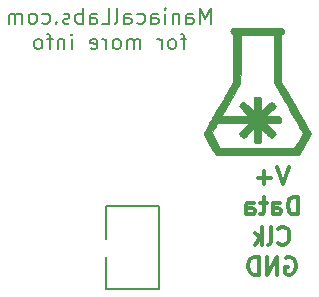
<source format=gbr>
G04 #@! TF.FileFunction,Legend,Bot*
%FSLAX46Y46*%
G04 Gerber Fmt 4.6, Leading zero omitted, Abs format (unit mm)*
G04 Created by KiCad (PCBNEW 4.0.4-stable) date 03/14/17 06:36:14*
%MOMM*%
%LPD*%
G01*
G04 APERTURE LIST*
%ADD10C,0.100000*%
%ADD11C,0.300000*%
%ADD12C,0.200000*%
%ADD13C,0.010000*%
%ADD14C,0.150000*%
G04 APERTURE END LIST*
D10*
D11*
X58178571Y-35353571D02*
X57678571Y-36853571D01*
X57178571Y-35353571D01*
X56678571Y-36282143D02*
X55535714Y-36282143D01*
X56107143Y-36853571D02*
X56107143Y-35710714D01*
X58928571Y-39403571D02*
X58928571Y-37903571D01*
X58571428Y-37903571D01*
X58357143Y-37975000D01*
X58214285Y-38117857D01*
X58142857Y-38260714D01*
X58071428Y-38546429D01*
X58071428Y-38760714D01*
X58142857Y-39046429D01*
X58214285Y-39189286D01*
X58357143Y-39332143D01*
X58571428Y-39403571D01*
X58928571Y-39403571D01*
X56785714Y-39403571D02*
X56785714Y-38617857D01*
X56857143Y-38475000D01*
X57000000Y-38403571D01*
X57285714Y-38403571D01*
X57428571Y-38475000D01*
X56785714Y-39332143D02*
X56928571Y-39403571D01*
X57285714Y-39403571D01*
X57428571Y-39332143D01*
X57500000Y-39189286D01*
X57500000Y-39046429D01*
X57428571Y-38903571D01*
X57285714Y-38832143D01*
X56928571Y-38832143D01*
X56785714Y-38760714D01*
X56285714Y-38403571D02*
X55714285Y-38403571D01*
X56071428Y-37903571D02*
X56071428Y-39189286D01*
X56000000Y-39332143D01*
X55857142Y-39403571D01*
X55714285Y-39403571D01*
X54571428Y-39403571D02*
X54571428Y-38617857D01*
X54642857Y-38475000D01*
X54785714Y-38403571D01*
X55071428Y-38403571D01*
X55214285Y-38475000D01*
X54571428Y-39332143D02*
X54714285Y-39403571D01*
X55071428Y-39403571D01*
X55214285Y-39332143D01*
X55285714Y-39189286D01*
X55285714Y-39046429D01*
X55214285Y-38903571D01*
X55071428Y-38832143D01*
X54714285Y-38832143D01*
X54571428Y-38760714D01*
X57285714Y-41810714D02*
X57357143Y-41882143D01*
X57571429Y-41953571D01*
X57714286Y-41953571D01*
X57928571Y-41882143D01*
X58071429Y-41739286D01*
X58142857Y-41596429D01*
X58214286Y-41310714D01*
X58214286Y-41096429D01*
X58142857Y-40810714D01*
X58071429Y-40667857D01*
X57928571Y-40525000D01*
X57714286Y-40453571D01*
X57571429Y-40453571D01*
X57357143Y-40525000D01*
X57285714Y-40596429D01*
X56428571Y-41953571D02*
X56571429Y-41882143D01*
X56642857Y-41739286D01*
X56642857Y-40453571D01*
X55857143Y-41953571D02*
X55857143Y-40453571D01*
X55714286Y-41382143D02*
X55285715Y-41953571D01*
X55285715Y-40953571D02*
X55857143Y-41525000D01*
X57892857Y-43075000D02*
X58035714Y-43003571D01*
X58250000Y-43003571D01*
X58464285Y-43075000D01*
X58607143Y-43217857D01*
X58678571Y-43360714D01*
X58750000Y-43646429D01*
X58750000Y-43860714D01*
X58678571Y-44146429D01*
X58607143Y-44289286D01*
X58464285Y-44432143D01*
X58250000Y-44503571D01*
X58107143Y-44503571D01*
X57892857Y-44432143D01*
X57821428Y-44360714D01*
X57821428Y-43860714D01*
X58107143Y-43860714D01*
X57178571Y-44503571D02*
X57178571Y-43003571D01*
X56321428Y-44503571D01*
X56321428Y-43003571D01*
X55607142Y-44503571D02*
X55607142Y-43003571D01*
X55249999Y-43003571D01*
X55035714Y-43075000D01*
X54892856Y-43217857D01*
X54821428Y-43360714D01*
X54749999Y-43646429D01*
X54749999Y-43860714D01*
X54821428Y-44146429D01*
X54892856Y-44289286D01*
X55035714Y-44432143D01*
X55249999Y-44503571D01*
X55607142Y-44503571D01*
D12*
X51542855Y-23263095D02*
X51542855Y-21963095D01*
X51109522Y-22891667D01*
X50676189Y-21963095D01*
X50676189Y-23263095D01*
X49499998Y-23263095D02*
X49499998Y-22582143D01*
X49561903Y-22458333D01*
X49685713Y-22396429D01*
X49933332Y-22396429D01*
X50057141Y-22458333D01*
X49499998Y-23201190D02*
X49623808Y-23263095D01*
X49933332Y-23263095D01*
X50057141Y-23201190D01*
X50119046Y-23077381D01*
X50119046Y-22953571D01*
X50057141Y-22829762D01*
X49933332Y-22767857D01*
X49623808Y-22767857D01*
X49499998Y-22705952D01*
X48880951Y-22396429D02*
X48880951Y-23263095D01*
X48880951Y-22520238D02*
X48819046Y-22458333D01*
X48695237Y-22396429D01*
X48509523Y-22396429D01*
X48385713Y-22458333D01*
X48323808Y-22582143D01*
X48323808Y-23263095D01*
X47704761Y-23263095D02*
X47704761Y-22396429D01*
X47704761Y-21963095D02*
X47766666Y-22025000D01*
X47704761Y-22086905D01*
X47642856Y-22025000D01*
X47704761Y-21963095D01*
X47704761Y-22086905D01*
X46528570Y-23263095D02*
X46528570Y-22582143D01*
X46590475Y-22458333D01*
X46714285Y-22396429D01*
X46961904Y-22396429D01*
X47085713Y-22458333D01*
X46528570Y-23201190D02*
X46652380Y-23263095D01*
X46961904Y-23263095D01*
X47085713Y-23201190D01*
X47147618Y-23077381D01*
X47147618Y-22953571D01*
X47085713Y-22829762D01*
X46961904Y-22767857D01*
X46652380Y-22767857D01*
X46528570Y-22705952D01*
X45352380Y-23201190D02*
X45476190Y-23263095D01*
X45723809Y-23263095D01*
X45847618Y-23201190D01*
X45909523Y-23139286D01*
X45971428Y-23015476D01*
X45971428Y-22644048D01*
X45909523Y-22520238D01*
X45847618Y-22458333D01*
X45723809Y-22396429D01*
X45476190Y-22396429D01*
X45352380Y-22458333D01*
X44238094Y-23263095D02*
X44238094Y-22582143D01*
X44299999Y-22458333D01*
X44423809Y-22396429D01*
X44671428Y-22396429D01*
X44795237Y-22458333D01*
X44238094Y-23201190D02*
X44361904Y-23263095D01*
X44671428Y-23263095D01*
X44795237Y-23201190D01*
X44857142Y-23077381D01*
X44857142Y-22953571D01*
X44795237Y-22829762D01*
X44671428Y-22767857D01*
X44361904Y-22767857D01*
X44238094Y-22705952D01*
X43433333Y-23263095D02*
X43557142Y-23201190D01*
X43619047Y-23077381D01*
X43619047Y-21963095D01*
X42319048Y-23263095D02*
X42938095Y-23263095D01*
X42938095Y-21963095D01*
X41328571Y-23263095D02*
X41328571Y-22582143D01*
X41390476Y-22458333D01*
X41514286Y-22396429D01*
X41761905Y-22396429D01*
X41885714Y-22458333D01*
X41328571Y-23201190D02*
X41452381Y-23263095D01*
X41761905Y-23263095D01*
X41885714Y-23201190D01*
X41947619Y-23077381D01*
X41947619Y-22953571D01*
X41885714Y-22829762D01*
X41761905Y-22767857D01*
X41452381Y-22767857D01*
X41328571Y-22705952D01*
X40709524Y-23263095D02*
X40709524Y-21963095D01*
X40709524Y-22458333D02*
X40585715Y-22396429D01*
X40338096Y-22396429D01*
X40214286Y-22458333D01*
X40152381Y-22520238D01*
X40090477Y-22644048D01*
X40090477Y-23015476D01*
X40152381Y-23139286D01*
X40214286Y-23201190D01*
X40338096Y-23263095D01*
X40585715Y-23263095D01*
X40709524Y-23201190D01*
X39595239Y-23201190D02*
X39471429Y-23263095D01*
X39223810Y-23263095D01*
X39100001Y-23201190D01*
X39038096Y-23077381D01*
X39038096Y-23015476D01*
X39100001Y-22891667D01*
X39223810Y-22829762D01*
X39409525Y-22829762D01*
X39533334Y-22767857D01*
X39595239Y-22644048D01*
X39595239Y-22582143D01*
X39533334Y-22458333D01*
X39409525Y-22396429D01*
X39223810Y-22396429D01*
X39100001Y-22458333D01*
X38480953Y-23139286D02*
X38419048Y-23201190D01*
X38480953Y-23263095D01*
X38542858Y-23201190D01*
X38480953Y-23139286D01*
X38480953Y-23263095D01*
X37304762Y-23201190D02*
X37428572Y-23263095D01*
X37676191Y-23263095D01*
X37800000Y-23201190D01*
X37861905Y-23139286D01*
X37923810Y-23015476D01*
X37923810Y-22644048D01*
X37861905Y-22520238D01*
X37800000Y-22458333D01*
X37676191Y-22396429D01*
X37428572Y-22396429D01*
X37304762Y-22458333D01*
X36561905Y-23263095D02*
X36685714Y-23201190D01*
X36747619Y-23139286D01*
X36809524Y-23015476D01*
X36809524Y-22644048D01*
X36747619Y-22520238D01*
X36685714Y-22458333D01*
X36561905Y-22396429D01*
X36376191Y-22396429D01*
X36252381Y-22458333D01*
X36190476Y-22520238D01*
X36128572Y-22644048D01*
X36128572Y-23015476D01*
X36190476Y-23139286D01*
X36252381Y-23201190D01*
X36376191Y-23263095D01*
X36561905Y-23263095D01*
X35571429Y-23263095D02*
X35571429Y-22396429D01*
X35571429Y-22520238D02*
X35509524Y-22458333D01*
X35385715Y-22396429D01*
X35200001Y-22396429D01*
X35076191Y-22458333D01*
X35014286Y-22582143D01*
X35014286Y-23263095D01*
X35014286Y-22582143D02*
X34952382Y-22458333D01*
X34828572Y-22396429D01*
X34642858Y-22396429D01*
X34519048Y-22458333D01*
X34457143Y-22582143D01*
X34457143Y-23263095D01*
X49499998Y-24546429D02*
X49004760Y-24546429D01*
X49314284Y-25413095D02*
X49314284Y-24298810D01*
X49252379Y-24175000D01*
X49128570Y-24113095D01*
X49004760Y-24113095D01*
X48385713Y-25413095D02*
X48509522Y-25351190D01*
X48571427Y-25289286D01*
X48633332Y-25165476D01*
X48633332Y-24794048D01*
X48571427Y-24670238D01*
X48509522Y-24608333D01*
X48385713Y-24546429D01*
X48199999Y-24546429D01*
X48076189Y-24608333D01*
X48014284Y-24670238D01*
X47952380Y-24794048D01*
X47952380Y-25165476D01*
X48014284Y-25289286D01*
X48076189Y-25351190D01*
X48199999Y-25413095D01*
X48385713Y-25413095D01*
X47395237Y-25413095D02*
X47395237Y-24546429D01*
X47395237Y-24794048D02*
X47333332Y-24670238D01*
X47271428Y-24608333D01*
X47147618Y-24546429D01*
X47023809Y-24546429D01*
X45599999Y-25413095D02*
X45599999Y-24546429D01*
X45599999Y-24670238D02*
X45538094Y-24608333D01*
X45414285Y-24546429D01*
X45228571Y-24546429D01*
X45104761Y-24608333D01*
X45042856Y-24732143D01*
X45042856Y-25413095D01*
X45042856Y-24732143D02*
X44980952Y-24608333D01*
X44857142Y-24546429D01*
X44671428Y-24546429D01*
X44547618Y-24608333D01*
X44485713Y-24732143D01*
X44485713Y-25413095D01*
X43680952Y-25413095D02*
X43804761Y-25351190D01*
X43866666Y-25289286D01*
X43928571Y-25165476D01*
X43928571Y-24794048D01*
X43866666Y-24670238D01*
X43804761Y-24608333D01*
X43680952Y-24546429D01*
X43495238Y-24546429D01*
X43371428Y-24608333D01*
X43309523Y-24670238D01*
X43247619Y-24794048D01*
X43247619Y-25165476D01*
X43309523Y-25289286D01*
X43371428Y-25351190D01*
X43495238Y-25413095D01*
X43680952Y-25413095D01*
X42690476Y-25413095D02*
X42690476Y-24546429D01*
X42690476Y-24794048D02*
X42628571Y-24670238D01*
X42566667Y-24608333D01*
X42442857Y-24546429D01*
X42319048Y-24546429D01*
X41390476Y-25351190D02*
X41514286Y-25413095D01*
X41761905Y-25413095D01*
X41885714Y-25351190D01*
X41947619Y-25227381D01*
X41947619Y-24732143D01*
X41885714Y-24608333D01*
X41761905Y-24546429D01*
X41514286Y-24546429D01*
X41390476Y-24608333D01*
X41328571Y-24732143D01*
X41328571Y-24855952D01*
X41947619Y-24979762D01*
X39780952Y-25413095D02*
X39780952Y-24546429D01*
X39780952Y-24113095D02*
X39842857Y-24175000D01*
X39780952Y-24236905D01*
X39719047Y-24175000D01*
X39780952Y-24113095D01*
X39780952Y-24236905D01*
X39161904Y-24546429D02*
X39161904Y-25413095D01*
X39161904Y-24670238D02*
X39099999Y-24608333D01*
X38976190Y-24546429D01*
X38790476Y-24546429D01*
X38666666Y-24608333D01*
X38604761Y-24732143D01*
X38604761Y-25413095D01*
X38171428Y-24546429D02*
X37676190Y-24546429D01*
X37985714Y-25413095D02*
X37985714Y-24298810D01*
X37923809Y-24175000D01*
X37800000Y-24113095D01*
X37676190Y-24113095D01*
X37057143Y-25413095D02*
X37180952Y-25351190D01*
X37242857Y-25289286D01*
X37304762Y-25165476D01*
X37304762Y-24794048D01*
X37242857Y-24670238D01*
X37180952Y-24608333D01*
X37057143Y-24546429D01*
X36871429Y-24546429D01*
X36747619Y-24608333D01*
X36685714Y-24670238D01*
X36623810Y-24794048D01*
X36623810Y-25165476D01*
X36685714Y-25289286D01*
X36747619Y-25351190D01*
X36871429Y-25413095D01*
X37057143Y-25413095D01*
D13*
G36*
X55126490Y-23580189D02*
X54874226Y-23580939D01*
X54630928Y-23582072D01*
X54400263Y-23583591D01*
X54185893Y-23585495D01*
X53991482Y-23587784D01*
X53820696Y-23590458D01*
X53677197Y-23593516D01*
X53564651Y-23596960D01*
X53486722Y-23600788D01*
X53447073Y-23605002D01*
X53445272Y-23605469D01*
X53347133Y-23653069D01*
X53275637Y-23723940D01*
X53231658Y-23810110D01*
X53216069Y-23903608D01*
X53229743Y-23996462D01*
X53273555Y-24080701D01*
X53348377Y-24148353D01*
X53383708Y-24167405D01*
X53466908Y-24205750D01*
X53467454Y-26181522D01*
X53468000Y-28157293D01*
X52898407Y-29144855D01*
X52777683Y-29354154D01*
X52640137Y-29592593D01*
X52490112Y-29852645D01*
X52331949Y-30126787D01*
X52169989Y-30407494D01*
X52008575Y-30687239D01*
X51852048Y-30958500D01*
X51704749Y-31213750D01*
X51638991Y-31327694D01*
X51520044Y-31534297D01*
X51407588Y-31730595D01*
X51303389Y-31913444D01*
X51209214Y-32079695D01*
X51126830Y-32226203D01*
X51058003Y-32349821D01*
X51004500Y-32447404D01*
X50968087Y-32515803D01*
X50950530Y-32551874D01*
X50949166Y-32556340D01*
X50959653Y-32583806D01*
X50989393Y-32643108D01*
X51035806Y-32729813D01*
X51096310Y-32839488D01*
X51168324Y-32967700D01*
X51249269Y-33110016D01*
X51336564Y-33262005D01*
X51427627Y-33419232D01*
X51519878Y-33577265D01*
X51610736Y-33731673D01*
X51697620Y-33878020D01*
X51777950Y-34011876D01*
X51849145Y-34128807D01*
X51908624Y-34224380D01*
X51953806Y-34294164D01*
X51982111Y-34333724D01*
X51987200Y-34339292D01*
X52050501Y-34397500D01*
X58949499Y-34397500D01*
X59012800Y-34339292D01*
X59035191Y-34310329D01*
X59075281Y-34249718D01*
X59130488Y-34161894D01*
X59198232Y-34051289D01*
X59275933Y-33922338D01*
X59361010Y-33779474D01*
X59450882Y-33627129D01*
X59542969Y-33469738D01*
X59634691Y-33311735D01*
X59723466Y-33157552D01*
X59806715Y-33011623D01*
X59881856Y-32878382D01*
X59946309Y-32762261D01*
X59997494Y-32667695D01*
X60032830Y-32599118D01*
X60049737Y-32560961D01*
X60050833Y-32555911D01*
X60042480Y-32535651D01*
X59377576Y-32535651D01*
X59011322Y-33170242D01*
X58645068Y-33804834D01*
X52355128Y-33804834D01*
X51988407Y-33169164D01*
X51621685Y-32533495D01*
X51765830Y-32285456D01*
X51830522Y-32173446D01*
X51898145Y-32055207D01*
X51960401Y-31945310D01*
X52006362Y-31863087D01*
X52102750Y-31688757D01*
X53446624Y-31688462D01*
X54790499Y-31688167D01*
X54396335Y-32085042D01*
X54289699Y-32193137D01*
X54192344Y-32293208D01*
X54108481Y-32380813D01*
X54042323Y-32451513D01*
X53998080Y-32500868D01*
X53980357Y-32523596D01*
X53970608Y-32573641D01*
X53987060Y-32620422D01*
X54020409Y-32668094D01*
X54074258Y-32727772D01*
X54139935Y-32791694D01*
X54208772Y-32852099D01*
X54272098Y-32901226D01*
X54321243Y-32931312D01*
X54340693Y-32937000D01*
X54370490Y-32922934D01*
X54425617Y-32880310D01*
X54506789Y-32808485D01*
X54614719Y-32706819D01*
X54750122Y-32574670D01*
X54805585Y-32519655D01*
X55224833Y-32102311D01*
X55224833Y-32682030D01*
X55225085Y-32856412D01*
X55226025Y-32993349D01*
X55227931Y-33097729D01*
X55231078Y-33174440D01*
X55235744Y-33228369D01*
X55242206Y-33264402D01*
X55250740Y-33287427D01*
X55259864Y-33300458D01*
X55282311Y-33318440D01*
X55316256Y-33329947D01*
X55370424Y-33336317D01*
X55453540Y-33338887D01*
X55512327Y-33339167D01*
X55610657Y-33338651D01*
X55675930Y-33335761D01*
X55717424Y-33328480D01*
X55744413Y-33314793D01*
X55766173Y-33292683D01*
X55774595Y-33282170D01*
X55788104Y-33263494D01*
X55798510Y-33242528D01*
X55806144Y-33214002D01*
X55811336Y-33172646D01*
X55814419Y-33113190D01*
X55815723Y-33030363D01*
X55815580Y-32918895D01*
X55814321Y-32773516D01*
X55813173Y-32668319D01*
X55811551Y-32519774D01*
X55810181Y-32386162D01*
X55809114Y-32273006D01*
X55808399Y-32185831D01*
X55808084Y-32130160D01*
X55808204Y-32111483D01*
X55822833Y-32125853D01*
X55863436Y-32166369D01*
X55926140Y-32229151D01*
X56007075Y-32310320D01*
X56102371Y-32405996D01*
X56208157Y-32512300D01*
X56210371Y-32514526D01*
X56318939Y-32622322D01*
X56420071Y-32720178D01*
X56509319Y-32803993D01*
X56582236Y-32869664D01*
X56634375Y-32913089D01*
X56660883Y-32930075D01*
X56688124Y-32930870D01*
X56720707Y-32916757D01*
X56765033Y-32883199D01*
X56827500Y-32825659D01*
X56877841Y-32776254D01*
X56960844Y-32690210D01*
X57013977Y-32626101D01*
X57040558Y-32579576D01*
X57045166Y-32556695D01*
X57038064Y-32532744D01*
X57014971Y-32496459D01*
X56973213Y-32444812D01*
X56910111Y-32374773D01*
X56822990Y-32283312D01*
X56709172Y-32167402D01*
X56637912Y-32095824D01*
X56230657Y-31688167D01*
X56800589Y-31688167D01*
X56986348Y-31688314D01*
X57134117Y-31687458D01*
X57248228Y-31683653D01*
X57333015Y-31674952D01*
X57392810Y-31659409D01*
X57431946Y-31635079D01*
X57454756Y-31600013D01*
X57465572Y-31552267D01*
X57468728Y-31489895D01*
X57468555Y-31410949D01*
X57468500Y-31388144D01*
X57469000Y-31306317D01*
X57467602Y-31241307D01*
X57459955Y-31191187D01*
X57441710Y-31154031D01*
X57408518Y-31127912D01*
X57356029Y-31110905D01*
X57279895Y-31101082D01*
X57175765Y-31096518D01*
X57039290Y-31095287D01*
X56866120Y-31095462D01*
X56807738Y-31095500D01*
X56231644Y-31095500D01*
X56648988Y-30676252D01*
X56768135Y-30555162D01*
X56871460Y-30447356D01*
X56955931Y-30356171D01*
X57018514Y-30284942D01*
X57056175Y-30237005D01*
X57066333Y-30217320D01*
X57051004Y-30181857D01*
X57010304Y-30127969D01*
X56952164Y-30063365D01*
X56884515Y-29995757D01*
X56815288Y-29932855D01*
X56752413Y-29882371D01*
X56703821Y-29852014D01*
X56685096Y-29846667D01*
X56659856Y-29855652D01*
X56618576Y-29884088D01*
X56558751Y-29934198D01*
X56477879Y-30008204D01*
X56373455Y-30108330D01*
X56242976Y-30236797D01*
X56220873Y-30258778D01*
X55806916Y-30670889D01*
X55813153Y-30105034D01*
X55815396Y-29920332D01*
X55816274Y-29773605D01*
X55813798Y-29660500D01*
X55805979Y-29576662D01*
X55790827Y-29517737D01*
X55766351Y-29479372D01*
X55730562Y-29457213D01*
X55681470Y-29446906D01*
X55617085Y-29444098D01*
X55535418Y-29444435D01*
X55511271Y-29444500D01*
X55404297Y-29445996D01*
X55331816Y-29451162D01*
X55286072Y-29461019D01*
X55259307Y-29476584D01*
X55258095Y-29477762D01*
X55248105Y-29492626D01*
X55240292Y-29518054D01*
X55234402Y-29558791D01*
X55230179Y-29619582D01*
X55227368Y-29705172D01*
X55225713Y-29820307D01*
X55224961Y-29969732D01*
X55224833Y-30096190D01*
X55224833Y-30681356D01*
X54805585Y-30264012D01*
X54666697Y-30126988D01*
X54554642Y-30019277D01*
X54467476Y-29939144D01*
X54403255Y-29884853D01*
X54360035Y-29854668D01*
X54338086Y-29846667D01*
X54295146Y-29862734D01*
X54230761Y-29908687D01*
X54151958Y-29978959D01*
X54063630Y-30067743D01*
X54006173Y-30136387D01*
X53976473Y-30189991D01*
X53971416Y-30233656D01*
X53980357Y-30260071D01*
X54000735Y-30285883D01*
X54046902Y-30337123D01*
X54114644Y-30409351D01*
X54199751Y-30498127D01*
X54298011Y-30599009D01*
X54396335Y-30698625D01*
X54790499Y-31095500D01*
X52448547Y-31095500D01*
X52490274Y-31026709D01*
X52536704Y-30949099D01*
X52598562Y-30844066D01*
X52673835Y-30715133D01*
X52760514Y-30565820D01*
X52856587Y-30399649D01*
X52960044Y-30220141D01*
X53068874Y-30030818D01*
X53181065Y-29835201D01*
X53294607Y-29636812D01*
X53407490Y-29439172D01*
X53517701Y-29245802D01*
X53623232Y-29060224D01*
X53722069Y-28885959D01*
X53812203Y-28726529D01*
X53891624Y-28585455D01*
X53958319Y-28466258D01*
X54010278Y-28372461D01*
X54045490Y-28307584D01*
X54061945Y-28275149D01*
X54062804Y-28272879D01*
X54065618Y-28242174D01*
X54068294Y-28172016D01*
X54070805Y-28065284D01*
X54073127Y-27924858D01*
X54075232Y-27753617D01*
X54077094Y-27554440D01*
X54078686Y-27330209D01*
X54079982Y-27083801D01*
X54080956Y-26818098D01*
X54081580Y-26535978D01*
X54081830Y-26240321D01*
X54081833Y-26200848D01*
X54081833Y-24195167D01*
X56917347Y-24195167D01*
X56923048Y-26243042D01*
X56928750Y-28290917D01*
X57387027Y-29084667D01*
X57506642Y-29291825D01*
X57639369Y-29521659D01*
X57779305Y-29763949D01*
X57920546Y-30008476D01*
X58057192Y-30245020D01*
X58183337Y-30463363D01*
X58273413Y-30619250D01*
X58467525Y-30955200D01*
X58642856Y-31258734D01*
X58799114Y-31529347D01*
X58936006Y-31766530D01*
X59053238Y-31969775D01*
X59150520Y-32138575D01*
X59227557Y-32272423D01*
X59284056Y-32370810D01*
X59319726Y-32433229D01*
X59326558Y-32445284D01*
X59377576Y-32535651D01*
X60042480Y-32535651D01*
X60040542Y-32530952D01*
X60011118Y-32473348D01*
X59964740Y-32387032D01*
X59903584Y-32275938D01*
X59829828Y-32143999D01*
X59745648Y-31995151D01*
X59653221Y-31833325D01*
X59593440Y-31729433D01*
X59478656Y-31530520D01*
X59354821Y-31315946D01*
X59227009Y-31094502D01*
X59100297Y-30874982D01*
X58979760Y-30666179D01*
X58870473Y-30476885D01*
X58781568Y-30322917D01*
X58686583Y-30158429D01*
X58575654Y-29966318D01*
X58453999Y-29755623D01*
X58326839Y-29535383D01*
X58199392Y-29314640D01*
X58076878Y-29102432D01*
X57979544Y-28933830D01*
X57532000Y-28158576D01*
X57533092Y-24205750D01*
X57616292Y-24167405D01*
X57702689Y-24107822D01*
X57757755Y-24028733D01*
X57782365Y-23938109D01*
X57777392Y-23843922D01*
X57743708Y-23754143D01*
X57682188Y-23676744D01*
X57593705Y-23619696D01*
X57554727Y-23605469D01*
X57519332Y-23601215D01*
X57445269Y-23597346D01*
X57336203Y-23593862D01*
X57195798Y-23590762D01*
X57027718Y-23588048D01*
X56835627Y-23585718D01*
X56623191Y-23583774D01*
X56394071Y-23582214D01*
X56151934Y-23581040D01*
X55900443Y-23580250D01*
X55643263Y-23579845D01*
X55384057Y-23579825D01*
X55126490Y-23580189D01*
X55126490Y-23580189D01*
G37*
X55126490Y-23580189D02*
X54874226Y-23580939D01*
X54630928Y-23582072D01*
X54400263Y-23583591D01*
X54185893Y-23585495D01*
X53991482Y-23587784D01*
X53820696Y-23590458D01*
X53677197Y-23593516D01*
X53564651Y-23596960D01*
X53486722Y-23600788D01*
X53447073Y-23605002D01*
X53445272Y-23605469D01*
X53347133Y-23653069D01*
X53275637Y-23723940D01*
X53231658Y-23810110D01*
X53216069Y-23903608D01*
X53229743Y-23996462D01*
X53273555Y-24080701D01*
X53348377Y-24148353D01*
X53383708Y-24167405D01*
X53466908Y-24205750D01*
X53467454Y-26181522D01*
X53468000Y-28157293D01*
X52898407Y-29144855D01*
X52777683Y-29354154D01*
X52640137Y-29592593D01*
X52490112Y-29852645D01*
X52331949Y-30126787D01*
X52169989Y-30407494D01*
X52008575Y-30687239D01*
X51852048Y-30958500D01*
X51704749Y-31213750D01*
X51638991Y-31327694D01*
X51520044Y-31534297D01*
X51407588Y-31730595D01*
X51303389Y-31913444D01*
X51209214Y-32079695D01*
X51126830Y-32226203D01*
X51058003Y-32349821D01*
X51004500Y-32447404D01*
X50968087Y-32515803D01*
X50950530Y-32551874D01*
X50949166Y-32556340D01*
X50959653Y-32583806D01*
X50989393Y-32643108D01*
X51035806Y-32729813D01*
X51096310Y-32839488D01*
X51168324Y-32967700D01*
X51249269Y-33110016D01*
X51336564Y-33262005D01*
X51427627Y-33419232D01*
X51519878Y-33577265D01*
X51610736Y-33731673D01*
X51697620Y-33878020D01*
X51777950Y-34011876D01*
X51849145Y-34128807D01*
X51908624Y-34224380D01*
X51953806Y-34294164D01*
X51982111Y-34333724D01*
X51987200Y-34339292D01*
X52050501Y-34397500D01*
X58949499Y-34397500D01*
X59012800Y-34339292D01*
X59035191Y-34310329D01*
X59075281Y-34249718D01*
X59130488Y-34161894D01*
X59198232Y-34051289D01*
X59275933Y-33922338D01*
X59361010Y-33779474D01*
X59450882Y-33627129D01*
X59542969Y-33469738D01*
X59634691Y-33311735D01*
X59723466Y-33157552D01*
X59806715Y-33011623D01*
X59881856Y-32878382D01*
X59946309Y-32762261D01*
X59997494Y-32667695D01*
X60032830Y-32599118D01*
X60049737Y-32560961D01*
X60050833Y-32555911D01*
X60042480Y-32535651D01*
X59377576Y-32535651D01*
X59011322Y-33170242D01*
X58645068Y-33804834D01*
X52355128Y-33804834D01*
X51988407Y-33169164D01*
X51621685Y-32533495D01*
X51765830Y-32285456D01*
X51830522Y-32173446D01*
X51898145Y-32055207D01*
X51960401Y-31945310D01*
X52006362Y-31863087D01*
X52102750Y-31688757D01*
X53446624Y-31688462D01*
X54790499Y-31688167D01*
X54396335Y-32085042D01*
X54289699Y-32193137D01*
X54192344Y-32293208D01*
X54108481Y-32380813D01*
X54042323Y-32451513D01*
X53998080Y-32500868D01*
X53980357Y-32523596D01*
X53970608Y-32573641D01*
X53987060Y-32620422D01*
X54020409Y-32668094D01*
X54074258Y-32727772D01*
X54139935Y-32791694D01*
X54208772Y-32852099D01*
X54272098Y-32901226D01*
X54321243Y-32931312D01*
X54340693Y-32937000D01*
X54370490Y-32922934D01*
X54425617Y-32880310D01*
X54506789Y-32808485D01*
X54614719Y-32706819D01*
X54750122Y-32574670D01*
X54805585Y-32519655D01*
X55224833Y-32102311D01*
X55224833Y-32682030D01*
X55225085Y-32856412D01*
X55226025Y-32993349D01*
X55227931Y-33097729D01*
X55231078Y-33174440D01*
X55235744Y-33228369D01*
X55242206Y-33264402D01*
X55250740Y-33287427D01*
X55259864Y-33300458D01*
X55282311Y-33318440D01*
X55316256Y-33329947D01*
X55370424Y-33336317D01*
X55453540Y-33338887D01*
X55512327Y-33339167D01*
X55610657Y-33338651D01*
X55675930Y-33335761D01*
X55717424Y-33328480D01*
X55744413Y-33314793D01*
X55766173Y-33292683D01*
X55774595Y-33282170D01*
X55788104Y-33263494D01*
X55798510Y-33242528D01*
X55806144Y-33214002D01*
X55811336Y-33172646D01*
X55814419Y-33113190D01*
X55815723Y-33030363D01*
X55815580Y-32918895D01*
X55814321Y-32773516D01*
X55813173Y-32668319D01*
X55811551Y-32519774D01*
X55810181Y-32386162D01*
X55809114Y-32273006D01*
X55808399Y-32185831D01*
X55808084Y-32130160D01*
X55808204Y-32111483D01*
X55822833Y-32125853D01*
X55863436Y-32166369D01*
X55926140Y-32229151D01*
X56007075Y-32310320D01*
X56102371Y-32405996D01*
X56208157Y-32512300D01*
X56210371Y-32514526D01*
X56318939Y-32622322D01*
X56420071Y-32720178D01*
X56509319Y-32803993D01*
X56582236Y-32869664D01*
X56634375Y-32913089D01*
X56660883Y-32930075D01*
X56688124Y-32930870D01*
X56720707Y-32916757D01*
X56765033Y-32883199D01*
X56827500Y-32825659D01*
X56877841Y-32776254D01*
X56960844Y-32690210D01*
X57013977Y-32626101D01*
X57040558Y-32579576D01*
X57045166Y-32556695D01*
X57038064Y-32532744D01*
X57014971Y-32496459D01*
X56973213Y-32444812D01*
X56910111Y-32374773D01*
X56822990Y-32283312D01*
X56709172Y-32167402D01*
X56637912Y-32095824D01*
X56230657Y-31688167D01*
X56800589Y-31688167D01*
X56986348Y-31688314D01*
X57134117Y-31687458D01*
X57248228Y-31683653D01*
X57333015Y-31674952D01*
X57392810Y-31659409D01*
X57431946Y-31635079D01*
X57454756Y-31600013D01*
X57465572Y-31552267D01*
X57468728Y-31489895D01*
X57468555Y-31410949D01*
X57468500Y-31388144D01*
X57469000Y-31306317D01*
X57467602Y-31241307D01*
X57459955Y-31191187D01*
X57441710Y-31154031D01*
X57408518Y-31127912D01*
X57356029Y-31110905D01*
X57279895Y-31101082D01*
X57175765Y-31096518D01*
X57039290Y-31095287D01*
X56866120Y-31095462D01*
X56807738Y-31095500D01*
X56231644Y-31095500D01*
X56648988Y-30676252D01*
X56768135Y-30555162D01*
X56871460Y-30447356D01*
X56955931Y-30356171D01*
X57018514Y-30284942D01*
X57056175Y-30237005D01*
X57066333Y-30217320D01*
X57051004Y-30181857D01*
X57010304Y-30127969D01*
X56952164Y-30063365D01*
X56884515Y-29995757D01*
X56815288Y-29932855D01*
X56752413Y-29882371D01*
X56703821Y-29852014D01*
X56685096Y-29846667D01*
X56659856Y-29855652D01*
X56618576Y-29884088D01*
X56558751Y-29934198D01*
X56477879Y-30008204D01*
X56373455Y-30108330D01*
X56242976Y-30236797D01*
X56220873Y-30258778D01*
X55806916Y-30670889D01*
X55813153Y-30105034D01*
X55815396Y-29920332D01*
X55816274Y-29773605D01*
X55813798Y-29660500D01*
X55805979Y-29576662D01*
X55790827Y-29517737D01*
X55766351Y-29479372D01*
X55730562Y-29457213D01*
X55681470Y-29446906D01*
X55617085Y-29444098D01*
X55535418Y-29444435D01*
X55511271Y-29444500D01*
X55404297Y-29445996D01*
X55331816Y-29451162D01*
X55286072Y-29461019D01*
X55259307Y-29476584D01*
X55258095Y-29477762D01*
X55248105Y-29492626D01*
X55240292Y-29518054D01*
X55234402Y-29558791D01*
X55230179Y-29619582D01*
X55227368Y-29705172D01*
X55225713Y-29820307D01*
X55224961Y-29969732D01*
X55224833Y-30096190D01*
X55224833Y-30681356D01*
X54805585Y-30264012D01*
X54666697Y-30126988D01*
X54554642Y-30019277D01*
X54467476Y-29939144D01*
X54403255Y-29884853D01*
X54360035Y-29854668D01*
X54338086Y-29846667D01*
X54295146Y-29862734D01*
X54230761Y-29908687D01*
X54151958Y-29978959D01*
X54063630Y-30067743D01*
X54006173Y-30136387D01*
X53976473Y-30189991D01*
X53971416Y-30233656D01*
X53980357Y-30260071D01*
X54000735Y-30285883D01*
X54046902Y-30337123D01*
X54114644Y-30409351D01*
X54199751Y-30498127D01*
X54298011Y-30599009D01*
X54396335Y-30698625D01*
X54790499Y-31095500D01*
X52448547Y-31095500D01*
X52490274Y-31026709D01*
X52536704Y-30949099D01*
X52598562Y-30844066D01*
X52673835Y-30715133D01*
X52760514Y-30565820D01*
X52856587Y-30399649D01*
X52960044Y-30220141D01*
X53068874Y-30030818D01*
X53181065Y-29835201D01*
X53294607Y-29636812D01*
X53407490Y-29439172D01*
X53517701Y-29245802D01*
X53623232Y-29060224D01*
X53722069Y-28885959D01*
X53812203Y-28726529D01*
X53891624Y-28585455D01*
X53958319Y-28466258D01*
X54010278Y-28372461D01*
X54045490Y-28307584D01*
X54061945Y-28275149D01*
X54062804Y-28272879D01*
X54065618Y-28242174D01*
X54068294Y-28172016D01*
X54070805Y-28065284D01*
X54073127Y-27924858D01*
X54075232Y-27753617D01*
X54077094Y-27554440D01*
X54078686Y-27330209D01*
X54079982Y-27083801D01*
X54080956Y-26818098D01*
X54081580Y-26535978D01*
X54081830Y-26240321D01*
X54081833Y-26200848D01*
X54081833Y-24195167D01*
X56917347Y-24195167D01*
X56923048Y-26243042D01*
X56928750Y-28290917D01*
X57387027Y-29084667D01*
X57506642Y-29291825D01*
X57639369Y-29521659D01*
X57779305Y-29763949D01*
X57920546Y-30008476D01*
X58057192Y-30245020D01*
X58183337Y-30463363D01*
X58273413Y-30619250D01*
X58467525Y-30955200D01*
X58642856Y-31258734D01*
X58799114Y-31529347D01*
X58936006Y-31766530D01*
X59053238Y-31969775D01*
X59150520Y-32138575D01*
X59227557Y-32272423D01*
X59284056Y-32370810D01*
X59319726Y-32433229D01*
X59326558Y-32445284D01*
X59377576Y-32535651D01*
X60042480Y-32535651D01*
X60040542Y-32530952D01*
X60011118Y-32473348D01*
X59964740Y-32387032D01*
X59903584Y-32275938D01*
X59829828Y-32143999D01*
X59745648Y-31995151D01*
X59653221Y-31833325D01*
X59593440Y-31729433D01*
X59478656Y-31530520D01*
X59354821Y-31315946D01*
X59227009Y-31094502D01*
X59100297Y-30874982D01*
X58979760Y-30666179D01*
X58870473Y-30476885D01*
X58781568Y-30322917D01*
X58686583Y-30158429D01*
X58575654Y-29966318D01*
X58453999Y-29755623D01*
X58326839Y-29535383D01*
X58199392Y-29314640D01*
X58076878Y-29102432D01*
X57979544Y-28933830D01*
X57532000Y-28158576D01*
X57533092Y-24205750D01*
X57616292Y-24167405D01*
X57702689Y-24107822D01*
X57757755Y-24028733D01*
X57782365Y-23938109D01*
X57777392Y-23843922D01*
X57743708Y-23754143D01*
X57682188Y-23676744D01*
X57593705Y-23619696D01*
X57554727Y-23605469D01*
X57519332Y-23601215D01*
X57445269Y-23597346D01*
X57336203Y-23593862D01*
X57195798Y-23590762D01*
X57027718Y-23588048D01*
X56835627Y-23585718D01*
X56623191Y-23583774D01*
X56394071Y-23582214D01*
X56151934Y-23581040D01*
X55900443Y-23580250D01*
X55643263Y-23579845D01*
X55384057Y-23579825D01*
X55126490Y-23580189D01*
D14*
X42682380Y-42969520D02*
X42682380Y-45719520D01*
X42682380Y-45719520D02*
X47182380Y-45719520D01*
X47182380Y-45719520D02*
X47182380Y-38719520D01*
X47182380Y-38719520D02*
X42682380Y-38719520D01*
X42682380Y-38719520D02*
X42682380Y-41469520D01*
M02*

</source>
